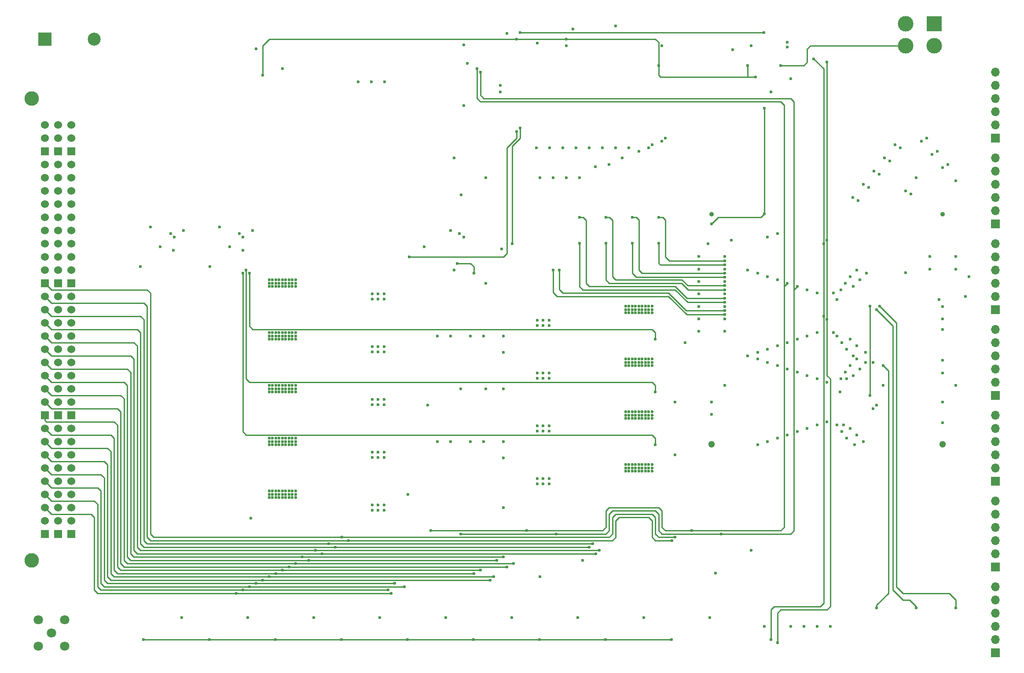
<source format=gbr>
G04 #@! TF.FileFunction,Copper,L3,Inr,Signal*
%FSLAX46Y46*%
G04 Gerber Fmt 4.6, Leading zero omitted, Abs format (unit mm)*
G04 Created by KiCad (PCBNEW 4.0.6) date Mon Aug  6 17:48:55 2018*
%MOMM*%
%LPD*%
G01*
G04 APERTURE LIST*
%ADD10C,0.100000*%
%ADD11R,2.500000X2.500000*%
%ADD12C,2.500000*%
%ADD13R,3.000000X3.000000*%
%ADD14C,3.000000*%
%ADD15R,1.700000X1.700000*%
%ADD16O,1.700000X1.700000*%
%ADD17C,2.800000*%
%ADD18R,1.524000X1.524000*%
%ADD19C,1.524000*%
%ADD20C,1.798320*%
%ADD21C,1.795780*%
%ADD22C,1.300000*%
%ADD23C,0.900000*%
%ADD24C,0.600000*%
%ADD25C,0.250000*%
G04 APERTURE END LIST*
D10*
D11*
X106680000Y-57150000D03*
D12*
X116200000Y-57150000D03*
D13*
X277815000Y-54220000D03*
D14*
X277815000Y-58420000D03*
X272315000Y-54220000D03*
X272315000Y-58420000D03*
D15*
X289560000Y-76200000D03*
D16*
X289560000Y-73660000D03*
X289560000Y-71120000D03*
X289560000Y-68580000D03*
X289560000Y-66040000D03*
X289560000Y-63500000D03*
D15*
X289560000Y-92710000D03*
D16*
X289560000Y-90170000D03*
X289560000Y-87630000D03*
X289560000Y-85090000D03*
X289560000Y-82550000D03*
X289560000Y-80010000D03*
D15*
X289560000Y-109220000D03*
D16*
X289560000Y-106680000D03*
X289560000Y-104140000D03*
X289560000Y-101600000D03*
X289560000Y-99060000D03*
X289560000Y-96520000D03*
D15*
X289560000Y-125730000D03*
D16*
X289560000Y-123190000D03*
X289560000Y-120650000D03*
X289560000Y-118110000D03*
X289560000Y-115570000D03*
X289560000Y-113030000D03*
D15*
X289560000Y-142240000D03*
D16*
X289560000Y-139700000D03*
X289560000Y-137160000D03*
X289560000Y-134620000D03*
X289560000Y-132080000D03*
X289560000Y-129540000D03*
D15*
X289560000Y-158750000D03*
D16*
X289560000Y-156210000D03*
X289560000Y-153670000D03*
X289560000Y-151130000D03*
X289560000Y-148590000D03*
X289560000Y-146050000D03*
D15*
X289560000Y-175260000D03*
D16*
X289560000Y-172720000D03*
X289560000Y-170180000D03*
X289560000Y-167640000D03*
X289560000Y-165100000D03*
X289560000Y-162560000D03*
D17*
X104140000Y-68580000D03*
X104140000Y-157480000D03*
D18*
X111760000Y-152400000D03*
D19*
X111760000Y-149860000D03*
X111760000Y-147320000D03*
X111760000Y-144780000D03*
X111760000Y-142240000D03*
X111760000Y-139700000D03*
X111760000Y-137160000D03*
X111760000Y-134620000D03*
X111760000Y-132080000D03*
D18*
X111760000Y-129540000D03*
D19*
X111760000Y-127000000D03*
X111760000Y-124460000D03*
X111760000Y-121920000D03*
X111760000Y-119380000D03*
X111760000Y-116840000D03*
X111760000Y-114300000D03*
X111760000Y-111760000D03*
X111760000Y-109220000D03*
X111760000Y-106680000D03*
D18*
X111760000Y-104140000D03*
D19*
X111760000Y-101600000D03*
X111760000Y-99060000D03*
X111760000Y-96520000D03*
X111760000Y-93980000D03*
X111760000Y-91440000D03*
X111760000Y-88900000D03*
X111760000Y-86360000D03*
X111760000Y-83820000D03*
X111760000Y-81280000D03*
D18*
X111760000Y-78740000D03*
D19*
X111760000Y-76200000D03*
X111760000Y-73660000D03*
D18*
X109220000Y-152400000D03*
D19*
X109220000Y-149860000D03*
X109220000Y-147320000D03*
X109220000Y-144780000D03*
X109220000Y-142240000D03*
X109220000Y-139700000D03*
X109220000Y-137160000D03*
X109220000Y-134620000D03*
X109220000Y-132080000D03*
D18*
X109220000Y-129540000D03*
D19*
X109220000Y-127000000D03*
X109220000Y-124460000D03*
X109220000Y-121920000D03*
X109220000Y-119380000D03*
X109220000Y-116840000D03*
X109220000Y-114300000D03*
X109220000Y-111760000D03*
X109220000Y-109220000D03*
X109220000Y-106680000D03*
D18*
X109220000Y-104140000D03*
D19*
X109220000Y-101600000D03*
X109220000Y-99060000D03*
X109220000Y-96520000D03*
X109220000Y-93980000D03*
X109220000Y-91440000D03*
X109220000Y-88900000D03*
X109220000Y-86360000D03*
X109220000Y-83820000D03*
X109220000Y-81280000D03*
D18*
X109220000Y-78740000D03*
D19*
X109220000Y-76200000D03*
X109220000Y-73660000D03*
D18*
X106680000Y-152400000D03*
D19*
X106680000Y-149860000D03*
X106680000Y-147320000D03*
X106680000Y-144780000D03*
X106680000Y-142240000D03*
X106680000Y-139700000D03*
X106680000Y-137160000D03*
X106680000Y-134620000D03*
X106680000Y-132080000D03*
D18*
X106680000Y-129540000D03*
D19*
X106680000Y-127000000D03*
X106680000Y-124460000D03*
X106680000Y-121920000D03*
X106680000Y-119380000D03*
X106680000Y-116840000D03*
X106680000Y-114300000D03*
X106680000Y-111760000D03*
X106680000Y-109220000D03*
X106680000Y-106680000D03*
D18*
X106680000Y-104140000D03*
D19*
X106680000Y-101600000D03*
X106680000Y-99060000D03*
X106680000Y-96520000D03*
X106680000Y-93980000D03*
X106680000Y-91440000D03*
X106680000Y-88900000D03*
X106680000Y-86360000D03*
X106680000Y-83820000D03*
X106680000Y-81280000D03*
D18*
X106680000Y-78740000D03*
D19*
X106680000Y-76200000D03*
X106680000Y-73660000D03*
D20*
X107950000Y-171450000D03*
D21*
X110490000Y-168910000D03*
X105410000Y-168910000D03*
X105410000Y-173990000D03*
X110490000Y-173990000D03*
D22*
X279406350Y-135130000D03*
D23*
X279406350Y-90930000D03*
D22*
X234956350Y-135130000D03*
D23*
X234956350Y-90930000D03*
D24*
X189230000Y-102235000D03*
X186055000Y-100330000D03*
X242570000Y-155575000D03*
X235729998Y-159990000D03*
X210185000Y-157480000D03*
X201930000Y-160640000D03*
X196850000Y-158115000D03*
X195580000Y-56110000D03*
X278765000Y-107315000D03*
X237456350Y-123830000D03*
X276906350Y-101430000D03*
X276906350Y-99030000D03*
X281906350Y-99030000D03*
X183835000Y-168545000D03*
X232456350Y-108630000D03*
X232456350Y-111030000D03*
X232456350Y-113430000D03*
X237456350Y-106230000D03*
X237456350Y-108630000D03*
X237456350Y-103830000D03*
X232456350Y-106230000D03*
X232456350Y-103830000D03*
X232456350Y-99030000D03*
X232456350Y-101430000D03*
X237456350Y-101430000D03*
X237456350Y-99030000D03*
X237456350Y-111030000D03*
X237456350Y-113430000D03*
X281906350Y-123830000D03*
X272288000Y-102108000D03*
X284480000Y-102870000D03*
X283845000Y-106680000D03*
X281906350Y-101430000D03*
X234950000Y-127030000D03*
X234950000Y-129430000D03*
X279400000Y-111030000D03*
X279400000Y-108630000D03*
X279400000Y-113030000D03*
X279400000Y-121430000D03*
X279400000Y-119030000D03*
X279400000Y-131030000D03*
X279400000Y-127030000D03*
X229870000Y-115570000D03*
X227965000Y-127000000D03*
X227965000Y-137160000D03*
X257810000Y-170200000D03*
X255270000Y-170200000D03*
X252730000Y-170200000D03*
X250190000Y-170200000D03*
X245110000Y-170200000D03*
X234635000Y-168545000D03*
X221935000Y-168545000D03*
X209235000Y-168545000D03*
X196535000Y-168545000D03*
X171135000Y-168545000D03*
X158435000Y-168545000D03*
X145735000Y-168545000D03*
X133035000Y-168545000D03*
X149860000Y-160655000D03*
X163830000Y-153035000D03*
X161290000Y-154305000D03*
X158750000Y-155575000D03*
X156210000Y-156845000D03*
X154940000Y-158115000D03*
X152400000Y-159385000D03*
X147320000Y-161925000D03*
X144780000Y-163195000D03*
X212090000Y-154305000D03*
X213360000Y-155575000D03*
X194945000Y-156845000D03*
X190500000Y-159385000D03*
X172720000Y-163195000D03*
X127000000Y-93345000D03*
X140335000Y-93345000D03*
X146304000Y-149352000D03*
X186690000Y-124460000D03*
X180340000Y-127635000D03*
X176530000Y-144780000D03*
X194945000Y-137795000D03*
X194945000Y-134620000D03*
X194945000Y-124460000D03*
X191500000Y-124460000D03*
X194945000Y-117475000D03*
X194945000Y-114300000D03*
X185420000Y-101600000D03*
X179705000Y-97155000D03*
X185420000Y-80010000D03*
X186788480Y-87152133D03*
X191516000Y-83820000D03*
X191500000Y-104140000D03*
X194564000Y-97536000D03*
X125095000Y-100965000D03*
X133350000Y-93980000D03*
X131445000Y-97790000D03*
X128905000Y-97155000D03*
X146685000Y-93980000D03*
X142240000Y-97155000D03*
X144780000Y-97790000D03*
X138430000Y-100965000D03*
X259715000Y-125095000D03*
X267970000Y-123825000D03*
X239030000Y-59245000D03*
X216535000Y-54610000D03*
X147320000Y-59055000D03*
X152400000Y-62865000D03*
X172085000Y-65420000D03*
X169545000Y-65420000D03*
X167005000Y-65420000D03*
X208280000Y-55245000D03*
X250180010Y-64770000D03*
X201455000Y-57973000D03*
X187325000Y-69961000D03*
X187960000Y-61860000D03*
X187325000Y-58309000D03*
X184785000Y-93980000D03*
X191135000Y-134620000D03*
X188595000Y-134620000D03*
X184785000Y-134620000D03*
X182245000Y-134620000D03*
X191135000Y-114300000D03*
X188595000Y-114300000D03*
X182245000Y-114300000D03*
X184785000Y-114300000D03*
X194945000Y-147320000D03*
X259080000Y-107315000D03*
X249555000Y-57785000D03*
X203708000Y-112268000D03*
X203708000Y-122428000D03*
X203708000Y-132588000D03*
X202565000Y-112268000D03*
X202565000Y-122428000D03*
X202565000Y-132588000D03*
X201422000Y-112268000D03*
X201422000Y-122428000D03*
X201422000Y-132588000D03*
X201422000Y-111252000D03*
X201422000Y-121412000D03*
X201422000Y-131572000D03*
X202565000Y-111252000D03*
X202565000Y-121412000D03*
X202565000Y-131572000D03*
X203708000Y-111252000D03*
X203708000Y-121412000D03*
X203708000Y-131572000D03*
X203708000Y-142748000D03*
X202565000Y-142748000D03*
X201422000Y-142748000D03*
X201422000Y-141732000D03*
X202565000Y-141732000D03*
X203708000Y-141732000D03*
X171958000Y-106172000D03*
X171958000Y-107188000D03*
X170815000Y-107188000D03*
X170815000Y-106172000D03*
X169672000Y-107188000D03*
X169672000Y-106172000D03*
X171958000Y-116332000D03*
X171958000Y-126492000D03*
X171958000Y-136652000D03*
X169672000Y-117348000D03*
X169672000Y-127508000D03*
X169672000Y-137668000D03*
X170815000Y-117348000D03*
X170815000Y-127508000D03*
X170815000Y-137668000D03*
X171958000Y-117348000D03*
X171958000Y-127508000D03*
X171958000Y-137668000D03*
X170815000Y-116332000D03*
X170815000Y-126492000D03*
X170815000Y-136652000D03*
X169672000Y-116332000D03*
X169672000Y-126492000D03*
X169672000Y-136652000D03*
X171958000Y-147828000D03*
X171958000Y-146812000D03*
X170815000Y-146812000D03*
X169672000Y-146812000D03*
X170815000Y-147828000D03*
X169672000Y-147828000D03*
X193040000Y-160655000D03*
X173990000Y-161925000D03*
X227965000Y-153035000D03*
X197485000Y-74930000D03*
X197485000Y-57150000D03*
X176784000Y-99060000D03*
X148590000Y-64135000D03*
X245110000Y-90805000D03*
X234950000Y-92710000D03*
X245110000Y-70485000D03*
X241935000Y-62230000D03*
X224790000Y-62230000D03*
X207010000Y-57150000D03*
X243384000Y-64455000D03*
X198120000Y-55880000D03*
X198120000Y-74295000D03*
X125635000Y-172720000D03*
X227235000Y-172720000D03*
X214535000Y-172720000D03*
X201835000Y-172720000D03*
X189135000Y-172720000D03*
X176435000Y-172720000D03*
X163735000Y-172720000D03*
X151035000Y-172720000D03*
X138335000Y-172720000D03*
X196596000Y-96520000D03*
X245030000Y-55880000D03*
X275336000Y-76835000D03*
X225425000Y-76835000D03*
X276352000Y-76200000D03*
X226060000Y-76200000D03*
X270256000Y-77470000D03*
X223520000Y-77470000D03*
X277368000Y-79375000D03*
X219075000Y-78105000D03*
X278384000Y-78740000D03*
X220980000Y-78740000D03*
X268224000Y-80010000D03*
X217805000Y-80010000D03*
X267208000Y-83185000D03*
X211455000Y-78105000D03*
X274320000Y-83820000D03*
X209550000Y-83820000D03*
X265176000Y-85725000D03*
X206375000Y-78105000D03*
X264160000Y-85090000D03*
X207010000Y-83820000D03*
X273304000Y-86995000D03*
X203835000Y-78105000D03*
X272288000Y-86360000D03*
X204470000Y-83820000D03*
X263144000Y-88265000D03*
X201295000Y-78105000D03*
X219710000Y-91455000D03*
X237456350Y-102230000D03*
X219710000Y-96505000D03*
X237456350Y-103030000D03*
X214630000Y-91455000D03*
X237456350Y-104630000D03*
X237456350Y-109430000D03*
X205678000Y-101600000D03*
X237456350Y-110230000D03*
X204470000Y-101600000D03*
X151130000Y-104775000D03*
X151130000Y-104140000D03*
X150495000Y-104775000D03*
X149860000Y-104775000D03*
X154940000Y-103505000D03*
X154940000Y-104775000D03*
X154305000Y-103505000D03*
X154305000Y-104775000D03*
X154305000Y-104140000D03*
X154940000Y-104140000D03*
X153670000Y-104775000D03*
X152400000Y-103505000D03*
X151765000Y-104140000D03*
X152400000Y-104140000D03*
X152400000Y-104775000D03*
X151765000Y-104775000D03*
X151765000Y-103505000D03*
X153670000Y-103505000D03*
X153670000Y-104140000D03*
X153035000Y-103505000D03*
X153035000Y-104140000D03*
X153035000Y-104775000D03*
X151130000Y-103505000D03*
X149860000Y-103505000D03*
X149860000Y-104140000D03*
X150495000Y-104140000D03*
X150495000Y-103505000D03*
X218440000Y-109855000D03*
X218440000Y-108585000D03*
X219075000Y-108585000D03*
X219075000Y-109220000D03*
X219075000Y-109855000D03*
X218440000Y-109220000D03*
X219710000Y-109855000D03*
X219710000Y-108585000D03*
X219710000Y-109220000D03*
X220345000Y-109855000D03*
X220345000Y-109220000D03*
X220345000Y-108585000D03*
X220980000Y-109855000D03*
X221615000Y-109855000D03*
X221615000Y-108585000D03*
X220980000Y-108585000D03*
X221615000Y-109220000D03*
X220980000Y-109220000D03*
X222250000Y-108585000D03*
X222250000Y-109855000D03*
X223520000Y-109855000D03*
X223520000Y-109220000D03*
X222885000Y-109220000D03*
X222250000Y-109220000D03*
X222885000Y-108585000D03*
X223520000Y-108585000D03*
X222885000Y-109855000D03*
X151130000Y-114935000D03*
X151130000Y-114300000D03*
X150495000Y-114935000D03*
X149860000Y-114935000D03*
X154940000Y-113665000D03*
X154940000Y-114935000D03*
X154305000Y-113665000D03*
X154305000Y-114935000D03*
X154305000Y-114300000D03*
X154940000Y-114300000D03*
X153670000Y-114935000D03*
X152400000Y-113665000D03*
X151765000Y-114300000D03*
X152400000Y-114300000D03*
X152400000Y-114935000D03*
X151765000Y-114935000D03*
X151765000Y-113665000D03*
X153670000Y-113665000D03*
X153670000Y-114300000D03*
X153035000Y-113665000D03*
X153035000Y-114300000D03*
X153035000Y-114935000D03*
X151130000Y-113665000D03*
X149860000Y-113665000D03*
X149860000Y-114300000D03*
X150495000Y-114300000D03*
X150495000Y-113665000D03*
X218440000Y-120015000D03*
X218440000Y-118745000D03*
X219075000Y-118745000D03*
X219075000Y-119380000D03*
X219075000Y-120015000D03*
X218440000Y-119380000D03*
X219710000Y-120015000D03*
X219710000Y-118745000D03*
X219710000Y-119380000D03*
X220345000Y-120015000D03*
X220345000Y-119380000D03*
X220345000Y-118745000D03*
X220980000Y-120015000D03*
X221615000Y-120015000D03*
X221615000Y-118745000D03*
X220980000Y-118745000D03*
X221615000Y-119380000D03*
X220980000Y-119380000D03*
X222250000Y-118745000D03*
X222250000Y-120015000D03*
X223520000Y-120015000D03*
X223520000Y-119380000D03*
X222885000Y-119380000D03*
X222250000Y-119380000D03*
X222885000Y-118745000D03*
X223520000Y-118745000D03*
X222885000Y-120015000D03*
X151130000Y-125095000D03*
X151130000Y-124460000D03*
X150495000Y-125095000D03*
X149860000Y-125095000D03*
X154940000Y-123825000D03*
X154940000Y-125095000D03*
X154305000Y-123825000D03*
X154305000Y-125095000D03*
X154305000Y-124460000D03*
X154940000Y-124460000D03*
X153670000Y-125095000D03*
X152400000Y-123825000D03*
X151765000Y-124460000D03*
X152400000Y-124460000D03*
X152400000Y-125095000D03*
X151765000Y-125095000D03*
X151765000Y-123825000D03*
X153670000Y-123825000D03*
X153670000Y-124460000D03*
X153035000Y-123825000D03*
X153035000Y-124460000D03*
X153035000Y-125095000D03*
X151130000Y-123825000D03*
X149860000Y-123825000D03*
X149860000Y-124460000D03*
X150495000Y-124460000D03*
X150495000Y-123825000D03*
X218440000Y-130175000D03*
X218440000Y-128905000D03*
X219075000Y-128905000D03*
X219075000Y-129540000D03*
X219075000Y-130175000D03*
X218440000Y-129540000D03*
X219710000Y-130175000D03*
X219710000Y-128905000D03*
X219710000Y-129540000D03*
X220345000Y-130175000D03*
X220345000Y-129540000D03*
X220345000Y-128905000D03*
X220980000Y-130175000D03*
X221615000Y-130175000D03*
X221615000Y-128905000D03*
X220980000Y-128905000D03*
X221615000Y-129540000D03*
X220980000Y-129540000D03*
X222250000Y-128905000D03*
X222250000Y-130175000D03*
X223520000Y-130175000D03*
X223520000Y-129540000D03*
X222885000Y-129540000D03*
X222250000Y-129540000D03*
X222885000Y-128905000D03*
X223520000Y-128905000D03*
X222885000Y-130175000D03*
X151130000Y-135255000D03*
X151130000Y-134620000D03*
X150495000Y-135255000D03*
X149860000Y-135255000D03*
X154940000Y-133985000D03*
X154940000Y-135255000D03*
X154305000Y-133985000D03*
X154305000Y-135255000D03*
X154305000Y-134620000D03*
X154940000Y-134620000D03*
X153670000Y-135255000D03*
X152400000Y-133985000D03*
X151765000Y-134620000D03*
X152400000Y-134620000D03*
X152400000Y-135255000D03*
X151765000Y-135255000D03*
X151765000Y-133985000D03*
X153670000Y-133985000D03*
X153670000Y-134620000D03*
X153035000Y-133985000D03*
X153035000Y-134620000D03*
X153035000Y-135255000D03*
X151130000Y-133985000D03*
X149860000Y-133985000D03*
X149860000Y-134620000D03*
X150495000Y-134620000D03*
X150495000Y-133985000D03*
X223520000Y-139065000D03*
X222885000Y-139065000D03*
X222250000Y-139065000D03*
X221615000Y-139065000D03*
X220980000Y-139065000D03*
X220980000Y-139700000D03*
X221615000Y-139700000D03*
X222250000Y-139700000D03*
X222885000Y-139700000D03*
X223520000Y-139700000D03*
X223520000Y-140335000D03*
X222885000Y-140335000D03*
X222250000Y-140335000D03*
X221615000Y-140335000D03*
X220980000Y-140335000D03*
X220345000Y-140335000D03*
X220345000Y-139700000D03*
X220345000Y-139065000D03*
X219710000Y-139065000D03*
X219710000Y-139700000D03*
X219710000Y-140335000D03*
X219075000Y-140335000D03*
X219075000Y-139700000D03*
X219075000Y-139065000D03*
X218440000Y-139065000D03*
X218440000Y-139700000D03*
X218440000Y-140335000D03*
X149860000Y-145415000D03*
X150495000Y-145415000D03*
X151130000Y-145415000D03*
X151765000Y-145415000D03*
X152400000Y-145415000D03*
X153035000Y-145415000D03*
X153670000Y-145415000D03*
X154305000Y-145415000D03*
X154940000Y-145415000D03*
X154940000Y-144780000D03*
X154305000Y-144780000D03*
X153670000Y-144780000D03*
X153035000Y-144780000D03*
X152400000Y-144780000D03*
X151765000Y-144780000D03*
X151130000Y-144780000D03*
X150495000Y-144780000D03*
X149860000Y-144780000D03*
X149860000Y-144145000D03*
X150495000Y-144145000D03*
X151130000Y-144145000D03*
X151765000Y-144145000D03*
X152400000Y-144145000D03*
X153035000Y-144145000D03*
X153670000Y-144145000D03*
X154305000Y-144145000D03*
X154940000Y-144145000D03*
X262890000Y-118745000D03*
X243840000Y-118745000D03*
X264550990Y-119380000D03*
X245745000Y-119380000D03*
X247650000Y-120015000D03*
X261620000Y-120015000D03*
X249555000Y-120650000D03*
X263525000Y-120650000D03*
X251460000Y-121285000D03*
X260694998Y-121285000D03*
X253365000Y-121920000D03*
X262255000Y-121920000D03*
X255270000Y-122555000D03*
X259850000Y-122555000D03*
X257175000Y-123190000D03*
X260985000Y-122555000D03*
X257175000Y-130810000D03*
X260350000Y-131445000D03*
X259080000Y-131445000D03*
X255270000Y-131445000D03*
X253365000Y-132080000D03*
X261620000Y-132080000D03*
X251460000Y-132715000D03*
X260044998Y-132715000D03*
X249555000Y-133350000D03*
X262890000Y-133350000D03*
X247650000Y-133985000D03*
X260970000Y-133985000D03*
X245745000Y-134620000D03*
X264160000Y-134620000D03*
X262465736Y-135255000D03*
X243840000Y-135255000D03*
X187325000Y-95250000D03*
X131572000Y-95250000D03*
X245745000Y-95250000D03*
X144780000Y-95250000D03*
X261620000Y-102870000D03*
X245745000Y-102870000D03*
X186436000Y-94615000D03*
X130937000Y-94615000D03*
X247650000Y-94615000D03*
X144145000Y-94615000D03*
X263525000Y-103505000D03*
X247650000Y-103505000D03*
X199390000Y-151765000D03*
X180975000Y-151765000D03*
X189865000Y-62865000D03*
X231140000Y-151765000D03*
X260694998Y-104140000D03*
X249555000Y-104140000D03*
X205105000Y-152400000D03*
X190500000Y-63500000D03*
X186690000Y-152400000D03*
X236855000Y-152400000D03*
X262255000Y-104775000D03*
X251460000Y-104775000D03*
X259850000Y-105410000D03*
X253365000Y-105410000D03*
X258445000Y-106045000D03*
X255270000Y-106045000D03*
X258445000Y-113665000D03*
X255270000Y-113665000D03*
X259080000Y-114300000D03*
X253365000Y-114300000D03*
X261620000Y-114935000D03*
X251460000Y-114935000D03*
X260044998Y-115570000D03*
X249555000Y-115570000D03*
X262890000Y-116205000D03*
X247650000Y-116205000D03*
X260970000Y-116840000D03*
X245745000Y-116840000D03*
X264545000Y-117475000D03*
X266065000Y-119380000D03*
X266065000Y-128270000D03*
X243840000Y-117475000D03*
X266700000Y-127635000D03*
X262255000Y-118110000D03*
X241935000Y-118110000D03*
X238760226Y-95882909D03*
X257175000Y-111125000D03*
X257175000Y-95885000D03*
X247650000Y-173355000D03*
X257175000Y-61595000D03*
X256540000Y-110490000D03*
X246380000Y-172720000D03*
X256540000Y-96520000D03*
X234315000Y-96520000D03*
X254635000Y-60960000D03*
X224155000Y-135255000D03*
X144780000Y-102235000D03*
X224155000Y-125095000D03*
X145415000Y-101600000D03*
X224155000Y-114935000D03*
X146050000Y-102235000D03*
X246380000Y-67310000D03*
X194310000Y-67310000D03*
X249555000Y-58735000D03*
X194310000Y-66040000D03*
X242570000Y-58420000D03*
X225425000Y-58420000D03*
X207010000Y-58420000D03*
X265430000Y-125730000D03*
X265430000Y-108585000D03*
X262890000Y-101600000D03*
X241935000Y-101600000D03*
X264795000Y-102235000D03*
X243840000Y-102235000D03*
X271272000Y-78105000D03*
X222885000Y-78105000D03*
X269240000Y-80645000D03*
X216535000Y-78105000D03*
X279400000Y-81915000D03*
X213995000Y-78105000D03*
X215265000Y-81280000D03*
X280416000Y-81280000D03*
X266192000Y-82550000D03*
X212583000Y-81773000D03*
X281940000Y-84455000D03*
X208915000Y-78105000D03*
X262128000Y-87630000D03*
X201930000Y-83820000D03*
X224790000Y-91455000D03*
X237456350Y-99830000D03*
X224790000Y-96505000D03*
X237456350Y-100630000D03*
X214630000Y-96505000D03*
X237456350Y-105430000D03*
X209550000Y-91455000D03*
X237456350Y-107030000D03*
X209550000Y-96505000D03*
X237456350Y-107830000D03*
X173355000Y-163830000D03*
X143510000Y-163830000D03*
X175895000Y-162560000D03*
X146050000Y-162560000D03*
X148590000Y-161290000D03*
X192405000Y-161290000D03*
X151130000Y-160020000D03*
X189230000Y-160020000D03*
X195580000Y-158750000D03*
X153670000Y-158750000D03*
X193675000Y-157480000D03*
X157480000Y-157480000D03*
X160020000Y-156210000D03*
X212725000Y-156210000D03*
X162560000Y-154940000D03*
X211455000Y-154940000D03*
X248285000Y-62230000D03*
X165100000Y-153670000D03*
X227330000Y-153670000D03*
X266700000Y-166690000D03*
X267970000Y-119994540D03*
X281940000Y-166690000D03*
X267335000Y-108585000D03*
X274320000Y-166690000D03*
X266715227Y-109219393D03*
D25*
X189230000Y-100965000D02*
X189230000Y-102235000D01*
X186055000Y-100330000D02*
X188595000Y-100330000D01*
X189230000Y-100965000D02*
X188595000Y-100330000D01*
X154940000Y-158115000D02*
X196850000Y-158115000D01*
X144780000Y-163195000D02*
X172720000Y-163195000D01*
X173990000Y-161925000D02*
X147320000Y-161925000D01*
X189865000Y-159385000D02*
X189230000Y-159385000D01*
X189230000Y-159385000D02*
X152400000Y-159385000D01*
X190500000Y-159385000D02*
X189230000Y-159385000D01*
X192405000Y-160655000D02*
X193040000Y-160655000D01*
X224790000Y-153035000D02*
X227965000Y-153035000D01*
X224155000Y-152400000D02*
X224790000Y-153035000D01*
X224155000Y-149225000D02*
X224155000Y-152400000D01*
X223520000Y-148590000D02*
X224155000Y-149225000D01*
X216535000Y-148590000D02*
X223520000Y-148590000D01*
X215900000Y-149225000D02*
X216535000Y-148590000D01*
X215900000Y-152400000D02*
X215900000Y-149225000D01*
X215265000Y-153035000D02*
X215900000Y-152400000D01*
X163830000Y-153035000D02*
X215265000Y-153035000D01*
X161290000Y-154305000D02*
X212090000Y-154305000D01*
X158750000Y-155575000D02*
X213360000Y-155575000D01*
X194945000Y-156845000D02*
X156210000Y-156845000D01*
X149860000Y-160655000D02*
X192405000Y-160655000D01*
X161290000Y-154305000D02*
X126365000Y-154305000D01*
X122555000Y-158115000D02*
X154940000Y-158115000D01*
X123825000Y-156845000D02*
X156210000Y-156845000D01*
X123190000Y-156210000D02*
X123825000Y-156845000D01*
X123190000Y-121285000D02*
X123190000Y-156210000D01*
X122555000Y-120650000D02*
X123190000Y-121285000D01*
X107950000Y-120650000D02*
X122555000Y-120650000D01*
X106680000Y-119380000D02*
X107950000Y-120650000D01*
X158750000Y-155575000D02*
X125095000Y-155575000D01*
X125095000Y-155575000D02*
X124460000Y-154940000D01*
X124460000Y-154940000D02*
X124460000Y-116205000D01*
X124460000Y-116205000D02*
X123825000Y-115570000D01*
X123825000Y-115570000D02*
X107950000Y-115570000D01*
X107950000Y-115570000D02*
X106680000Y-114300000D01*
X163830000Y-153035000D02*
X127635000Y-153035000D01*
X121285000Y-159385000D02*
X152400000Y-159385000D01*
X120015000Y-160655000D02*
X149860000Y-160655000D01*
X118745000Y-161925000D02*
X147320000Y-161925000D01*
X117475000Y-163195000D02*
X144780000Y-163195000D01*
X120015000Y-130810000D02*
X106938000Y-130810000D01*
X106680000Y-109220000D02*
X107950000Y-110490000D01*
X107950000Y-110490000D02*
X125095000Y-110490000D01*
X121285000Y-125730000D02*
X107950000Y-125730000D01*
X121920000Y-126365000D02*
X121285000Y-125730000D01*
X107950000Y-125730000D02*
X106680000Y-124460000D01*
X120650000Y-131445000D02*
X120650000Y-158750000D01*
X106680000Y-129540000D02*
X106680000Y-130552000D01*
X106680000Y-130552000D02*
X106938000Y-130810000D01*
X120015000Y-130810000D02*
X120650000Y-131445000D01*
X119380000Y-136525000D02*
X119380000Y-160020000D01*
X118745000Y-135890000D02*
X107950000Y-135890000D01*
X107950000Y-135890000D02*
X106680000Y-134620000D01*
X119380000Y-136525000D02*
X118745000Y-135890000D01*
X118110000Y-141605000D02*
X118110000Y-161290000D01*
X106680000Y-139700000D02*
X107950000Y-140970000D01*
X107950000Y-140970000D02*
X117475000Y-140970000D01*
X117475000Y-140970000D02*
X118110000Y-141605000D01*
X116840000Y-146685000D02*
X116840000Y-162560000D01*
X117475000Y-163195000D02*
X116840000Y-162560000D01*
X106680000Y-144780000D02*
X107950000Y-146050000D01*
X107950000Y-146050000D02*
X116205000Y-146050000D01*
X116205000Y-146050000D02*
X116840000Y-146685000D01*
X118745000Y-161925000D02*
X118110000Y-161290000D01*
X120015000Y-160655000D02*
X119380000Y-160020000D01*
X120650000Y-158750000D02*
X121285000Y-159385000D01*
X121920000Y-157480000D02*
X121920000Y-126365000D01*
X121920000Y-157480000D02*
X122555000Y-158115000D01*
X125730000Y-111125000D02*
X125730000Y-153670000D01*
X126365000Y-154305000D02*
X125730000Y-153670000D01*
X125095000Y-110490000D02*
X125730000Y-111125000D01*
X127000000Y-106045000D02*
X127000000Y-152400000D01*
X106680000Y-104140000D02*
X107950000Y-105410000D01*
X107950000Y-105410000D02*
X126365000Y-105410000D01*
X126365000Y-105410000D02*
X127000000Y-106045000D01*
X127635000Y-153035000D02*
X127000000Y-152400000D01*
X207010000Y-57150000D02*
X224155000Y-57150000D01*
X241808000Y-64455000D02*
X225110000Y-64455000D01*
X225110000Y-64455000D02*
X224790000Y-64135000D01*
X224790000Y-64135000D02*
X224790000Y-62230000D01*
X207010000Y-57150000D02*
X197485000Y-57150000D01*
X197485000Y-76198590D02*
X196145990Y-77537600D01*
X197485000Y-74930000D02*
X197485000Y-76198590D01*
X197485000Y-57150000D02*
X149860000Y-57150000D01*
X224790000Y-57785000D02*
X224790000Y-62230000D01*
X224155000Y-57150000D02*
X224790000Y-57785000D01*
X243384000Y-64455000D02*
X241808000Y-64455000D01*
X241935000Y-62230000D02*
X241935000Y-64328000D01*
X241935000Y-64328000D02*
X241808000Y-64455000D01*
X194945000Y-99060000D02*
X176784000Y-99060000D01*
X195580000Y-98425000D02*
X194945000Y-99060000D01*
X195580000Y-78105000D02*
X195580000Y-98425000D01*
X196145990Y-77539010D02*
X195580000Y-78105000D01*
X196145990Y-77537600D02*
X196145990Y-77539010D01*
X149860000Y-57150000D02*
X148590000Y-58420000D01*
X148590000Y-58420000D02*
X148590000Y-64135000D01*
X245110000Y-90805000D02*
X244475000Y-91440000D01*
X245110000Y-70485000D02*
X245110000Y-90805000D01*
X236220000Y-91440000D02*
X234950000Y-92710000D01*
X244475000Y-91440000D02*
X236220000Y-91440000D01*
X203835000Y-55880000D02*
X245030000Y-55880000D01*
X198120000Y-55880000D02*
X203835000Y-55880000D01*
X198120000Y-76200000D02*
X196596000Y-77724000D01*
X198120000Y-76200000D02*
X198120000Y-74295000D01*
X201835000Y-172720000D02*
X189135000Y-172720000D01*
X214535000Y-172720000D02*
X201835000Y-172720000D01*
X227235000Y-172720000D02*
X214535000Y-172720000D01*
X138335000Y-172720000D02*
X125635000Y-172720000D01*
X151035000Y-172720000D02*
X138335000Y-172720000D01*
X163735000Y-172720000D02*
X151035000Y-172720000D01*
X176435000Y-172720000D02*
X163735000Y-172720000D01*
X189135000Y-172720000D02*
X176435000Y-172720000D01*
X196596000Y-77724000D02*
X196596000Y-96520000D01*
X219710000Y-91455000D02*
X220460000Y-91455000D01*
X220460000Y-91455000D02*
X220980000Y-91975000D01*
X220980000Y-91975000D02*
X220980000Y-101600000D01*
X221610000Y-102230000D02*
X237456350Y-102230000D01*
X220980000Y-101600000D02*
X221610000Y-102230000D01*
X219710000Y-102235000D02*
X220505000Y-103030000D01*
X220505000Y-103030000D02*
X237456350Y-103030000D01*
X219710000Y-96505000D02*
X219710000Y-102235000D01*
X237456350Y-104630000D02*
X230360000Y-104630000D01*
X230360000Y-104630000D02*
X229235000Y-103505000D01*
X229235000Y-103505000D02*
X216535000Y-103505000D01*
X216535000Y-103505000D02*
X215900000Y-102870000D01*
X215900000Y-102870000D02*
X215900000Y-92075000D01*
X215900000Y-92075000D02*
X215280000Y-91455000D01*
X215280000Y-91455000D02*
X214630000Y-91455000D01*
X205678000Y-101600000D02*
X205678000Y-104140000D01*
X205678000Y-104140000D02*
X205678000Y-105094000D01*
X205678000Y-105348000D02*
X205678000Y-104140000D01*
X206375000Y-106045000D02*
X205678000Y-105348000D01*
X226695000Y-106045000D02*
X206375000Y-106045000D01*
X230080000Y-109430000D02*
X226695000Y-106045000D01*
X237456350Y-109430000D02*
X230080000Y-109430000D01*
X237456350Y-110230000D02*
X230243590Y-110230000D01*
X230243590Y-110230000D02*
X226693590Y-106680000D01*
X226693590Y-106680000D02*
X205232000Y-106680000D01*
X205232000Y-106680000D02*
X204470000Y-105918000D01*
X204724000Y-106172000D02*
X204470000Y-105918000D01*
X204470000Y-105918000D02*
X204470000Y-101600000D01*
X180975000Y-151765000D02*
X199390000Y-151765000D01*
X199390000Y-151765000D02*
X200025000Y-151765000D01*
X231140000Y-151765000D02*
X226060000Y-151765000D01*
X225425000Y-151130000D02*
X226060000Y-151765000D01*
X225425000Y-147955000D02*
X225425000Y-151130000D01*
X224790000Y-147320000D02*
X225425000Y-147955000D01*
X215265000Y-147320000D02*
X224790000Y-147320000D01*
X214630000Y-147955000D02*
X215265000Y-147320000D01*
X214630000Y-151130000D02*
X214630000Y-147955000D01*
X213995000Y-151765000D02*
X200025000Y-151765000D01*
X213995000Y-151765000D02*
X214630000Y-151130000D01*
X248285000Y-151765000D02*
X231140000Y-151765000D01*
X189865000Y-68580000D02*
X189865000Y-62865000D01*
X190500000Y-69215000D02*
X189865000Y-68580000D01*
X248285000Y-69215000D02*
X190500000Y-69215000D01*
X248920000Y-69850000D02*
X248285000Y-69215000D01*
X248920000Y-104775000D02*
X248920000Y-69850000D01*
X249555000Y-104140000D02*
X248920000Y-104775000D01*
X248920000Y-104775000D02*
X248920000Y-151130000D01*
X248920000Y-151130000D02*
X248285000Y-151765000D01*
X214630000Y-152400000D02*
X208915000Y-152400000D01*
X208915000Y-152400000D02*
X205105000Y-152400000D01*
X224790000Y-151765000D02*
X225425000Y-152400000D01*
X236855000Y-152400000D02*
X225425000Y-152400000D01*
X236855000Y-152400000D02*
X250190000Y-152400000D01*
X205105000Y-152400000D02*
X186690000Y-152400000D01*
X215265000Y-148590000D02*
X215265000Y-151765000D01*
X224790000Y-148590000D02*
X224155000Y-147955000D01*
X215265000Y-151765000D02*
X214630000Y-152400000D01*
X224790000Y-151765000D02*
X224790000Y-148590000D01*
X224155000Y-147955000D02*
X215900000Y-147955000D01*
X215900000Y-147955000D02*
X215265000Y-148590000D01*
X190500000Y-67945000D02*
X190500000Y-63500000D01*
X191135000Y-68580000D02*
X190500000Y-67945000D01*
X250190000Y-68580000D02*
X191135000Y-68580000D01*
X250825000Y-69215000D02*
X250190000Y-68580000D01*
X250825000Y-105410000D02*
X250825000Y-69215000D01*
X251460000Y-104775000D02*
X250825000Y-105410000D01*
X250825000Y-151765000D02*
X250190000Y-152400000D01*
X250825000Y-105410000D02*
X250825000Y-151765000D01*
X257810000Y-166370000D02*
X257810000Y-122555000D01*
X257175000Y-121920000D02*
X257810000Y-122555000D01*
X257175000Y-111125000D02*
X257175000Y-121920000D01*
X257175000Y-95885000D02*
X257175000Y-111125000D01*
X257175000Y-61595000D02*
X257175000Y-95885000D01*
X257175000Y-167005000D02*
X257810000Y-166370000D01*
X248285000Y-167005000D02*
X257175000Y-167005000D01*
X247650000Y-167640000D02*
X248285000Y-167005000D01*
X247650000Y-173355000D02*
X247650000Y-167640000D01*
X256540000Y-96520000D02*
X256540000Y-110490000D01*
X256540000Y-110490000D02*
X256540000Y-165735000D01*
X256540000Y-165735000D02*
X255905000Y-166370000D01*
X255905000Y-166370000D02*
X247015000Y-166370000D01*
X247015000Y-166370000D02*
X246380000Y-167005000D01*
X246380000Y-167005000D02*
X246380000Y-172720000D01*
X256540000Y-62865000D02*
X256540000Y-96520000D01*
X254635000Y-60960000D02*
X256540000Y-62865000D01*
X219710000Y-133350000D02*
X218440000Y-133350000D01*
X218440000Y-133350000D02*
X145415000Y-133350000D01*
X223520000Y-133350000D02*
X218440000Y-133350000D01*
X224155000Y-133985000D02*
X223520000Y-133350000D01*
X224155000Y-135255000D02*
X224155000Y-133985000D01*
X144780000Y-132715000D02*
X144780000Y-102235000D01*
X144780000Y-132715000D02*
X145415000Y-133350000D01*
X146050000Y-123190000D02*
X223520000Y-123190000D01*
X224155000Y-123825000D02*
X223520000Y-123190000D01*
X224155000Y-125095000D02*
X224155000Y-123825000D01*
X145415000Y-122555000D02*
X145415000Y-101600000D01*
X145415000Y-122555000D02*
X146050000Y-123190000D01*
X146685000Y-113030000D02*
X223520000Y-113030000D01*
X224155000Y-113665000D02*
X223520000Y-113030000D01*
X224155000Y-114935000D02*
X224155000Y-113665000D01*
X146050000Y-112395000D02*
X146050000Y-102235000D01*
X146685000Y-113030000D02*
X146050000Y-112395000D01*
X265430000Y-125730000D02*
X265430000Y-108585000D01*
X237456350Y-99830000D02*
X226830000Y-99830000D01*
X226830000Y-99830000D02*
X226060000Y-99060000D01*
X226060000Y-99060000D02*
X226060000Y-91975000D01*
X225540000Y-91455000D02*
X224790000Y-91455000D01*
X226060000Y-91975000D02*
X225540000Y-91455000D01*
X225090000Y-100630000D02*
X224790000Y-100330000D01*
X224790000Y-100330000D02*
X224790000Y-96505000D01*
X237456350Y-100630000D02*
X225090000Y-100630000D01*
X214630000Y-96505000D02*
X214630000Y-103505000D01*
X215265000Y-104140000D02*
X214630000Y-103505000D01*
X229233590Y-104140000D02*
X215265000Y-104140000D01*
X230505000Y-105411410D02*
X229233590Y-104140000D01*
X237456350Y-105430000D02*
X230505000Y-105430000D01*
X230505000Y-105430000D02*
X230505000Y-105411410D01*
X237456350Y-107030000D02*
X230220000Y-107030000D01*
X230220000Y-107030000D02*
X227965000Y-104775000D01*
X227965000Y-104775000D02*
X211455000Y-104775000D01*
X211455000Y-104775000D02*
X210820000Y-104140000D01*
X210820000Y-104140000D02*
X210820000Y-92075000D01*
X210820000Y-92075000D02*
X210200000Y-91455000D01*
X210200000Y-91455000D02*
X209550000Y-91455000D01*
X209550000Y-96505000D02*
X209550000Y-104775000D01*
X209550000Y-104775000D02*
X210185000Y-105410000D01*
X210185000Y-105410000D02*
X227963590Y-105410000D01*
X227963590Y-105410000D02*
X230383590Y-107830000D01*
X230383590Y-107830000D02*
X237456350Y-107830000D01*
X173355000Y-163830000D02*
X143510000Y-163830000D01*
X143510000Y-163830000D02*
X116840000Y-163830000D01*
X116840000Y-163830000D02*
X116205000Y-163195000D01*
X116205000Y-149225000D02*
X116205000Y-163195000D01*
X115570000Y-148590000D02*
X116205000Y-149225000D01*
X106680000Y-147320000D02*
X107950000Y-148590000D01*
X107950000Y-148590000D02*
X115570000Y-148590000D01*
X146050000Y-162560000D02*
X175895000Y-162560000D01*
X118110000Y-162560000D02*
X146050000Y-162560000D01*
X117475000Y-161925000D02*
X117475000Y-144145000D01*
X118110000Y-162560000D02*
X117475000Y-161925000D01*
X117475000Y-144145000D02*
X116840000Y-143510000D01*
X116840000Y-143510000D02*
X107950000Y-143510000D01*
X107950000Y-143510000D02*
X106680000Y-142240000D01*
X192405000Y-161290000D02*
X191770000Y-161290000D01*
X191770000Y-161290000D02*
X148590000Y-161290000D01*
X148590000Y-161290000D02*
X119380000Y-161290000D01*
X118745000Y-160655000D02*
X118745000Y-139065000D01*
X119380000Y-161290000D02*
X118745000Y-160655000D01*
X118745000Y-139065000D02*
X118110000Y-138430000D01*
X118110000Y-138430000D02*
X107950000Y-138430000D01*
X107950000Y-138430000D02*
X106680000Y-137160000D01*
X189230000Y-160020000D02*
X188595000Y-160020000D01*
X151130000Y-160020000D02*
X188595000Y-160020000D01*
X120650000Y-160020000D02*
X120015000Y-159385000D01*
X151130000Y-160020000D02*
X120650000Y-160020000D01*
X120015000Y-159385000D02*
X120015000Y-133985000D01*
X120015000Y-133985000D02*
X119380000Y-133350000D01*
X119380000Y-133350000D02*
X107950000Y-133350000D01*
X107950000Y-133350000D02*
X106680000Y-132080000D01*
X153670000Y-158750000D02*
X195580000Y-158750000D01*
X153670000Y-158750000D02*
X121920000Y-158750000D01*
X121285000Y-128905000D02*
X121285000Y-158115000D01*
X121285000Y-158115000D02*
X121920000Y-158750000D01*
X106680000Y-127000000D02*
X107950000Y-128270000D01*
X107950000Y-128270000D02*
X120650000Y-128270000D01*
X120650000Y-128270000D02*
X121285000Y-128905000D01*
X157480000Y-157480000D02*
X193675000Y-157480000D01*
X157480000Y-157480000D02*
X123190000Y-157480000D01*
X121920000Y-123190000D02*
X107950000Y-123190000D01*
X123190000Y-157480000D02*
X122555000Y-156845000D01*
X122555000Y-156845000D02*
X122555000Y-123825000D01*
X122555000Y-123825000D02*
X121920000Y-123190000D01*
X107950000Y-123190000D02*
X106680000Y-121920000D01*
X160020000Y-156210000D02*
X212725000Y-156210000D01*
X160020000Y-156210000D02*
X124460000Y-156210000D01*
X123825000Y-155575000D02*
X124460000Y-156210000D01*
X123825000Y-118745000D02*
X123825000Y-155575000D01*
X106680000Y-116840000D02*
X107950000Y-118110000D01*
X107950000Y-118110000D02*
X123190000Y-118110000D01*
X123190000Y-118110000D02*
X123825000Y-118745000D01*
X162560000Y-154940000D02*
X211455000Y-154940000D01*
X162560000Y-154940000D02*
X125730000Y-154940000D01*
X124460000Y-113030000D02*
X107950000Y-113030000D01*
X125730000Y-154940000D02*
X125095000Y-154305000D01*
X125095000Y-154305000D02*
X125095000Y-113665000D01*
X125095000Y-113665000D02*
X124460000Y-113030000D01*
X107950000Y-113030000D02*
X106680000Y-111760000D01*
X254000000Y-58420000D02*
X272315000Y-58420000D01*
X253365000Y-61595000D02*
X252730000Y-62230000D01*
X252730000Y-62230000D02*
X248285000Y-62230000D01*
X253365000Y-59055000D02*
X253365000Y-61595000D01*
X254000000Y-58420000D02*
X253365000Y-59055000D01*
X215900000Y-153670000D02*
X165100000Y-153670000D01*
X216535000Y-153035000D02*
X215900000Y-153670000D01*
X216535000Y-149860000D02*
X216535000Y-153035000D01*
X217170000Y-149225000D02*
X216535000Y-149860000D01*
X222885000Y-149225000D02*
X217170000Y-149225000D01*
X223520000Y-149860000D02*
X222885000Y-149225000D01*
X223520000Y-153035000D02*
X223520000Y-149860000D01*
X224155000Y-153670000D02*
X223520000Y-153035000D01*
X227330000Y-153670000D02*
X224155000Y-153670000D01*
X165100000Y-153670000D02*
X127000000Y-153670000D01*
X126365000Y-153035000D02*
X127000000Y-153670000D01*
X126365000Y-108585000D02*
X126365000Y-153035000D01*
X125730000Y-107950000D02*
X126365000Y-108585000D01*
X107950000Y-107950000D02*
X125730000Y-107950000D01*
X106680000Y-106680000D02*
X107950000Y-107950000D01*
X268986000Y-121010540D02*
X268986000Y-163830000D01*
X266700000Y-166690000D02*
X266700000Y-166090000D01*
X266700000Y-166090000D02*
X268960000Y-163830000D01*
X268960000Y-163830000D02*
X268986000Y-163830000D01*
X267970000Y-119994540D02*
X268986000Y-121010540D01*
X270510000Y-162560000D02*
X270510000Y-111760000D01*
X271780000Y-163830000D02*
X270510000Y-162560000D01*
X280670000Y-163830000D02*
X271780000Y-163830000D01*
X281940000Y-165100000D02*
X280670000Y-163830000D01*
X281940000Y-166690000D02*
X281940000Y-165100000D01*
X270510000Y-111760000D02*
X267335000Y-108585000D01*
X269875000Y-163195000D02*
X269875000Y-112395000D01*
X271780000Y-165100000D02*
X269875000Y-163195000D01*
X273050000Y-165100000D02*
X271780000Y-165100000D01*
X274320000Y-166370000D02*
X273050000Y-165100000D01*
X274320000Y-166690000D02*
X274320000Y-166370000D01*
X267335000Y-109855000D02*
X269875000Y-112395000D01*
X267335000Y-109839166D02*
X267335000Y-109855000D01*
X267335000Y-109839166D02*
X266715227Y-109219393D01*
M02*

</source>
